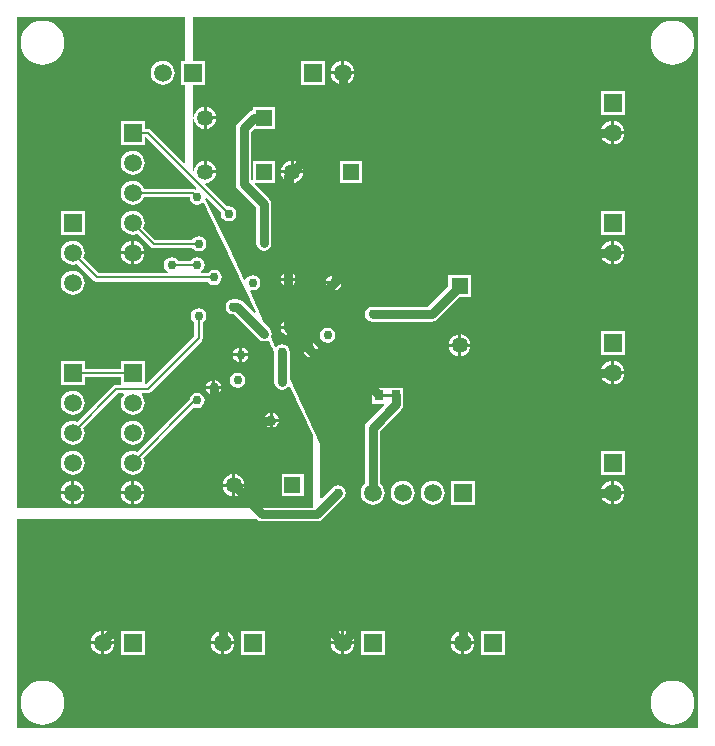
<source format=gbl>
G04 Layer_Physical_Order=2*
G04 Layer_Color=16711680*
%FSLAX23Y23*%
%MOIN*%
G70*
G01*
G75*
%ADD11R,0.031X0.035*%
%ADD14C,0.008*%
%ADD15C,0.030*%
%ADD16C,0.010*%
%ADD17R,0.059X0.059*%
%ADD18C,0.059*%
%ADD19R,0.059X0.059*%
%ADD20C,0.053*%
%ADD21R,0.053X0.053*%
%ADD22R,0.053X0.053*%
%ADD23C,0.030*%
G36*
X5585Y1815D02*
X3315D01*
Y2513D01*
X4113Y2513D01*
X4114Y2512D01*
X4122Y2506D01*
X4132Y2505D01*
X4315D01*
X4325Y2506D01*
X4333Y2512D01*
X4403Y2582D01*
X4409Y2590D01*
X4410Y2600D01*
X4409Y2610D01*
X4403Y2618D01*
X4395Y2624D01*
X4385Y2625D01*
X4375Y2624D01*
X4367Y2618D01*
X4330Y2581D01*
X4325Y2583D01*
Y2763D01*
X4224Y2980D01*
Y3070D01*
X4222Y3080D01*
X4217Y3088D01*
X4209Y3094D01*
X4199Y3095D01*
X4189Y3094D01*
X4181Y3088D01*
X4180Y3087D01*
X4175Y3087D01*
X4161Y3118D01*
X4162Y3120D01*
X4164Y3130D01*
X4162Y3140D01*
X4157Y3148D01*
X4139Y3166D01*
X4090Y3271D01*
X4094Y3276D01*
X4101Y3275D01*
X4110Y3276D01*
X4119Y3282D01*
X4124Y3290D01*
X4126Y3300D01*
X4124Y3310D01*
X4119Y3318D01*
X4110Y3324D01*
X4101Y3325D01*
X4091Y3324D01*
X4082Y3318D01*
X4078Y3311D01*
X4072Y3310D01*
X4025Y3412D01*
X3942Y3578D01*
X3943Y3580D01*
X3949Y3581D01*
X3995Y3534D01*
X3995Y3530D01*
X3996Y3520D01*
X4002Y3512D01*
X4010Y3506D01*
X4020Y3505D01*
X4030Y3506D01*
X4038Y3512D01*
X4044Y3520D01*
X4045Y3530D01*
X4044Y3540D01*
X4038Y3548D01*
X4030Y3554D01*
X4020Y3555D01*
X4016Y3555D01*
X3942Y3628D01*
X3944Y3633D01*
X3951Y3634D01*
X3960Y3638D01*
X3968Y3644D01*
X3974Y3652D01*
X3977Y3660D01*
X3978Y3665D01*
X3942D01*
Y3670D01*
X3937D01*
Y3706D01*
X3932Y3706D01*
X3923Y3702D01*
X3915Y3696D01*
X3910Y3688D01*
X3906Y3680D01*
X3905Y3672D01*
X3900Y3673D01*
Y3844D01*
X3903Y3847D01*
X3905Y3848D01*
X3905Y3848D01*
X3906Y3840D01*
X3910Y3832D01*
X3915Y3824D01*
X3923Y3818D01*
X3932Y3814D01*
X3937Y3814D01*
Y3850D01*
Y3886D01*
X3932Y3886D01*
X3923Y3882D01*
X3915Y3876D01*
X3910Y3868D01*
X3906Y3860D01*
X3905Y3852D01*
X3905Y3852D01*
X3903Y3853D01*
X3900Y3856D01*
Y3960D01*
X3940D01*
Y4040D01*
X3900D01*
Y4185D01*
X5585D01*
Y1815D01*
D02*
G37*
G36*
X3875Y4040D02*
X3860D01*
Y3960D01*
X3875D01*
Y3702D01*
X3870Y3700D01*
X3760Y3810D01*
X3755Y3813D01*
X3750Y3814D01*
X3750Y3814D01*
X3740D01*
Y3840D01*
X3660D01*
Y3760D01*
X3740D01*
Y3785D01*
X3745Y3785D01*
X3912Y3617D01*
X3912Y3613D01*
X3912Y3611D01*
X3910Y3610D01*
X3905Y3613D01*
X3900Y3614D01*
X3900Y3614D01*
X3737D01*
X3735Y3620D01*
X3728Y3628D01*
X3720Y3635D01*
X3710Y3639D01*
X3700Y3640D01*
X3690Y3639D01*
X3680Y3635D01*
X3672Y3628D01*
X3665Y3620D01*
X3661Y3610D01*
X3660Y3600D01*
X3661Y3590D01*
X3665Y3580D01*
X3672Y3572D01*
X3680Y3565D01*
X3690Y3561D01*
X3700Y3560D01*
X3710Y3561D01*
X3720Y3565D01*
X3728Y3572D01*
X3735Y3580D01*
X3737Y3586D01*
X3889D01*
X3890Y3585D01*
X3891Y3575D01*
X3897Y3567D01*
X3905Y3561D01*
X3915Y3560D01*
X3925Y3561D01*
X3931Y3566D01*
X3937Y3565D01*
X3963Y3515D01*
X4110Y3202D01*
X4106Y3199D01*
X4067Y3238D01*
X4059Y3244D01*
X4049Y3245D01*
X4035D01*
X4025Y3244D01*
X4017Y3238D01*
X4011Y3230D01*
X4010Y3220D01*
X4011Y3210D01*
X4017Y3202D01*
X4025Y3196D01*
X4035Y3195D01*
X4038D01*
X4121Y3112D01*
X4129Y3106D01*
X4139Y3105D01*
X4149Y3106D01*
X4150Y3108D01*
X4155Y3106D01*
X4166Y3083D01*
X4167Y3082D01*
X4167Y3081D01*
X4168Y3080D01*
X4173Y3068D01*
Y2969D01*
X4175Y2959D01*
X4181Y2951D01*
X4189Y2945D01*
X4199Y2943D01*
X4209Y2945D01*
X4217Y2951D01*
X4220Y2955D01*
X4225Y2954D01*
X4300Y2792D01*
Y2550D01*
X3315D01*
Y4185D01*
X3875D01*
Y4040D01*
D02*
G37*
%LPC*%
G36*
X5305Y2639D02*
Y2605D01*
X5339D01*
X5339Y2610D01*
X5335Y2620D01*
X5328Y2628D01*
X5320Y2635D01*
X5310Y2639D01*
X5305Y2639D01*
D02*
G37*
G36*
X5340Y2740D02*
X5260D01*
Y2660D01*
X5340D01*
Y2740D01*
D02*
G37*
G36*
X5339Y2595D02*
X5305D01*
Y2561D01*
X5310Y2561D01*
X5320Y2565D01*
X5328Y2572D01*
X5335Y2580D01*
X5339Y2590D01*
X5339Y2595D01*
D02*
G37*
G36*
X5295Y2639D02*
X5290Y2639D01*
X5280Y2635D01*
X5272Y2628D01*
X5265Y2620D01*
X5261Y2610D01*
X5261Y2605D01*
X5295D01*
Y2639D01*
D02*
G37*
G36*
X5339Y2995D02*
X5305D01*
Y2961D01*
X5310Y2961D01*
X5320Y2965D01*
X5328Y2972D01*
X5335Y2980D01*
X5339Y2990D01*
X5339Y2995D01*
D02*
G37*
G36*
X5295D02*
X5261D01*
X5261Y2990D01*
X5265Y2980D01*
X5272Y2972D01*
X5280Y2965D01*
X5290Y2961D01*
X5295Y2961D01*
Y2995D01*
D02*
G37*
G36*
X5305Y3039D02*
Y3005D01*
X5339D01*
X5339Y3010D01*
X5335Y3020D01*
X5328Y3028D01*
X5320Y3035D01*
X5310Y3039D01*
X5305Y3039D01*
D02*
G37*
G36*
X5295D02*
X5290Y3039D01*
X5280Y3035D01*
X5272Y3028D01*
X5265Y3020D01*
X5261Y3010D01*
X5261Y3005D01*
X5295D01*
Y3039D01*
D02*
G37*
G36*
X3639Y2095D02*
X3605D01*
Y2061D01*
X3610Y2061D01*
X3620Y2065D01*
X3628Y2072D01*
X3635Y2080D01*
X3639Y2090D01*
X3639Y2095D01*
D02*
G37*
G36*
X4795D02*
X4761D01*
X4761Y2090D01*
X4765Y2080D01*
X4772Y2072D01*
X4780Y2065D01*
X4790Y2061D01*
X4795Y2061D01*
Y2095D01*
D02*
G37*
G36*
X4395D02*
X4361D01*
X4361Y2090D01*
X4365Y2080D01*
X4372Y2072D01*
X4380Y2065D01*
X4390Y2061D01*
X4395Y2061D01*
Y2095D01*
D02*
G37*
G36*
X4039D02*
X4005D01*
Y2061D01*
X4010Y2061D01*
X4020Y2065D01*
X4028Y2072D01*
X4035Y2080D01*
X4039Y2090D01*
X4039Y2095D01*
D02*
G37*
G36*
X3595Y2139D02*
X3590Y2139D01*
X3580Y2135D01*
X3572Y2128D01*
X3565Y2120D01*
X3561Y2110D01*
X3561Y2105D01*
X3595D01*
Y2139D01*
D02*
G37*
G36*
X4839Y2095D02*
X4805D01*
Y2061D01*
X4810Y2061D01*
X4820Y2065D01*
X4828Y2072D01*
X4835Y2080D01*
X4839Y2090D01*
X4839Y2095D01*
D02*
G37*
G36*
X4439D02*
X4405D01*
Y2061D01*
X4410Y2061D01*
X4420Y2065D01*
X4428Y2072D01*
X4435Y2080D01*
X4439Y2090D01*
X4439Y2095D01*
D02*
G37*
G36*
X3995D02*
X3961D01*
X3961Y2090D01*
X3965Y2080D01*
X3972Y2072D01*
X3980Y2065D01*
X3990Y2061D01*
X3995Y2061D01*
Y2095D01*
D02*
G37*
G36*
X3740Y2140D02*
X3660D01*
Y2060D01*
X3740D01*
Y2140D01*
D02*
G37*
G36*
X5500Y1973D02*
X5486Y1972D01*
X5472Y1968D01*
X5459Y1961D01*
X5448Y1952D01*
X5439Y1941D01*
X5432Y1928D01*
X5428Y1914D01*
X5427Y1900D01*
X5428Y1886D01*
X5432Y1872D01*
X5439Y1859D01*
X5448Y1848D01*
X5459Y1839D01*
X5472Y1832D01*
X5486Y1828D01*
X5500Y1827D01*
X5514Y1828D01*
X5528Y1832D01*
X5541Y1839D01*
X5552Y1848D01*
X5561Y1859D01*
X5568Y1872D01*
X5572Y1886D01*
X5573Y1900D01*
X5572Y1914D01*
X5568Y1928D01*
X5561Y1941D01*
X5552Y1952D01*
X5541Y1961D01*
X5528Y1968D01*
X5514Y1972D01*
X5500Y1973D01*
D02*
G37*
G36*
X3400D02*
X3386Y1972D01*
X3372Y1968D01*
X3359Y1961D01*
X3348Y1952D01*
X3339Y1941D01*
X3332Y1928D01*
X3328Y1914D01*
X3327Y1900D01*
X3328Y1886D01*
X3332Y1872D01*
X3339Y1859D01*
X3348Y1848D01*
X3359Y1839D01*
X3372Y1832D01*
X3386Y1828D01*
X3400Y1827D01*
X3414Y1828D01*
X3428Y1832D01*
X3441Y1839D01*
X3452Y1848D01*
X3461Y1859D01*
X3468Y1872D01*
X3472Y1886D01*
X3473Y1900D01*
X3472Y1914D01*
X3468Y1928D01*
X3461Y1941D01*
X3452Y1952D01*
X3441Y1961D01*
X3428Y1968D01*
X3414Y1972D01*
X3400Y1973D01*
D02*
G37*
G36*
X4140Y2140D02*
X4060D01*
Y2060D01*
X4140D01*
Y2140D01*
D02*
G37*
G36*
X3595Y2095D02*
X3561D01*
X3561Y2090D01*
X3565Y2080D01*
X3572Y2072D01*
X3580Y2065D01*
X3590Y2061D01*
X3595Y2061D01*
Y2095D01*
D02*
G37*
G36*
X4940Y2140D02*
X4860D01*
Y2060D01*
X4940D01*
Y2140D01*
D02*
G37*
G36*
X4540D02*
X4460D01*
Y2060D01*
X4540D01*
Y2140D01*
D02*
G37*
G36*
X3995Y2139D02*
X3990Y2139D01*
X3980Y2135D01*
X3972Y2128D01*
X3965Y2120D01*
X3961Y2110D01*
X3961Y2105D01*
X3995D01*
Y2139D01*
D02*
G37*
G36*
X4840Y2640D02*
X4760D01*
Y2560D01*
X4840D01*
Y2640D01*
D02*
G37*
G36*
X4700Y2640D02*
X4690Y2639D01*
X4680Y2635D01*
X4672Y2628D01*
X4665Y2620D01*
X4661Y2610D01*
X4660Y2600D01*
X4661Y2590D01*
X4665Y2580D01*
X4672Y2572D01*
X4680Y2565D01*
X4690Y2561D01*
X4700Y2560D01*
X4710Y2561D01*
X4720Y2565D01*
X4728Y2572D01*
X4735Y2580D01*
X4739Y2590D01*
X4740Y2600D01*
X4739Y2610D01*
X4735Y2620D01*
X4728Y2628D01*
X4720Y2635D01*
X4710Y2639D01*
X4700Y2640D01*
D02*
G37*
G36*
X5295Y2595D02*
X5261D01*
X5261Y2590D01*
X5265Y2580D01*
X5272Y2572D01*
X5280Y2565D01*
X5290Y2561D01*
X5295Y2561D01*
Y2595D01*
D02*
G37*
G36*
X4600Y2640D02*
X4590Y2639D01*
X4580Y2635D01*
X4572Y2628D01*
X4565Y2620D01*
X4561Y2610D01*
X4560Y2600D01*
X4561Y2590D01*
X4565Y2580D01*
X4572Y2572D01*
X4580Y2565D01*
X4590Y2561D01*
X4600Y2560D01*
X4610Y2561D01*
X4620Y2565D01*
X4628Y2572D01*
X4635Y2580D01*
X4639Y2590D01*
X4640Y2600D01*
X4639Y2610D01*
X4635Y2620D01*
X4628Y2628D01*
X4620Y2635D01*
X4610Y2639D01*
X4600Y2640D01*
D02*
G37*
G36*
X3605Y2139D02*
Y2105D01*
X3639D01*
X3639Y2110D01*
X3635Y2120D01*
X3628Y2128D01*
X3620Y2135D01*
X3610Y2139D01*
X3605Y2139D01*
D02*
G37*
G36*
X4795D02*
X4790Y2139D01*
X4780Y2135D01*
X4772Y2128D01*
X4765Y2120D01*
X4761Y2110D01*
X4761Y2105D01*
X4795D01*
Y2139D01*
D02*
G37*
G36*
X4395D02*
X4390Y2139D01*
X4380Y2135D01*
X4372Y2128D01*
X4365Y2120D01*
X4361Y2110D01*
X4361Y2105D01*
X4395D01*
Y2139D01*
D02*
G37*
G36*
X4005D02*
Y2105D01*
X4039D01*
X4039Y2110D01*
X4035Y2120D01*
X4028Y2128D01*
X4020Y2135D01*
X4010Y2139D01*
X4005Y2139D01*
D02*
G37*
G36*
X4548Y2953D02*
Y2953D01*
X4547Y2953D01*
X4497D01*
Y2897D01*
X4537D01*
X4539Y2893D01*
X4482Y2835D01*
X4476Y2827D01*
X4475Y2817D01*
Y2630D01*
X4472Y2628D01*
X4465Y2620D01*
X4461Y2610D01*
X4460Y2600D01*
X4461Y2590D01*
X4465Y2580D01*
X4472Y2572D01*
X4480Y2565D01*
X4490Y2561D01*
X4500Y2560D01*
X4510Y2561D01*
X4520Y2565D01*
X4528Y2572D01*
X4535Y2580D01*
X4539Y2590D01*
X4540Y2600D01*
X4539Y2610D01*
X4535Y2620D01*
X4528Y2628D01*
X4525Y2630D01*
Y2807D01*
X4596Y2877D01*
X4601Y2885D01*
X4603Y2895D01*
Y2897D01*
X4603D01*
Y2953D01*
X4553D01*
X4552Y2953D01*
Y2953D01*
X4548D01*
D02*
G37*
G36*
X4805Y2139D02*
Y2105D01*
X4839D01*
X4839Y2110D01*
X4835Y2120D01*
X4828Y2128D01*
X4820Y2135D01*
X4810Y2139D01*
X4805Y2139D01*
D02*
G37*
G36*
X4405D02*
Y2105D01*
X4439D01*
X4439Y2110D01*
X4435Y2120D01*
X4428Y2128D01*
X4420Y2135D01*
X4410Y2139D01*
X4405Y2139D01*
D02*
G37*
G36*
X4227Y3665D02*
X4195D01*
X4196Y3660D01*
X4200Y3652D01*
X4205Y3644D01*
X4213Y3638D01*
X4222Y3634D01*
X4227Y3634D01*
Y3665D01*
D02*
G37*
G36*
X4465Y3707D02*
X4392D01*
Y3633D01*
X4465D01*
Y3707D01*
D02*
G37*
G36*
X5340Y3540D02*
X5260D01*
Y3460D01*
X5340D01*
Y3540D01*
D02*
G37*
G36*
X4268Y3665D02*
X4237D01*
Y3634D01*
X4241Y3634D01*
X4250Y3638D01*
X4258Y3644D01*
X4264Y3652D01*
X4267Y3660D01*
X4268Y3665D01*
D02*
G37*
G36*
X3947Y3706D02*
Y3675D01*
X3978D01*
X3977Y3680D01*
X3974Y3688D01*
X3968Y3696D01*
X3960Y3702D01*
X3951Y3706D01*
X3947Y3706D01*
D02*
G37*
G36*
X4227D02*
X4222Y3706D01*
X4213Y3702D01*
X4205Y3696D01*
X4200Y3688D01*
X4196Y3680D01*
X4195Y3675D01*
X4227D01*
Y3706D01*
D02*
G37*
G36*
X5339Y3395D02*
X5305D01*
Y3361D01*
X5310Y3361D01*
X5320Y3365D01*
X5328Y3372D01*
X5335Y3380D01*
X5339Y3390D01*
X5339Y3395D01*
D02*
G37*
G36*
X5295Y3439D02*
X5290Y3439D01*
X5280Y3435D01*
X5272Y3428D01*
X5265Y3420D01*
X5261Y3410D01*
X5261Y3405D01*
X5295D01*
Y3439D01*
D02*
G37*
G36*
X4175Y3887D02*
X4102D01*
Y3875D01*
X4095Y3874D01*
X4087Y3868D01*
X4052Y3833D01*
X4046Y3825D01*
X4045Y3815D01*
Y3630D01*
X4046Y3620D01*
X4052Y3612D01*
X4112Y3552D01*
Y3432D01*
X4114Y3423D01*
X4120Y3414D01*
X4128Y3409D01*
X4138Y3407D01*
X4147Y3409D01*
X4156Y3414D01*
X4161Y3423D01*
X4163Y3432D01*
Y3562D01*
X4161Y3572D01*
X4156Y3580D01*
X4107Y3629D01*
X4109Y3633D01*
X4175D01*
Y3707D01*
X4102D01*
Y3645D01*
X4097Y3643D01*
X4095Y3644D01*
Y3804D01*
X4104Y3813D01*
X4175D01*
Y3887D01*
D02*
G37*
G36*
X5305Y3439D02*
Y3405D01*
X5339D01*
X5339Y3410D01*
X5335Y3420D01*
X5328Y3428D01*
X5320Y3435D01*
X5310Y3439D01*
X5305Y3439D01*
D02*
G37*
G36*
X4237Y3706D02*
Y3675D01*
X4268D01*
X4267Y3680D01*
X4264Y3688D01*
X4258Y3696D01*
X4250Y3702D01*
X4241Y3706D01*
X4237Y3706D01*
D02*
G37*
G36*
X4439Y3995D02*
X4405D01*
Y3961D01*
X4410Y3961D01*
X4420Y3965D01*
X4428Y3972D01*
X4435Y3980D01*
X4439Y3990D01*
X4439Y3995D01*
D02*
G37*
G36*
X4395D02*
X4361D01*
X4361Y3990D01*
X4365Y3980D01*
X4372Y3972D01*
X4380Y3965D01*
X4390Y3961D01*
X4395Y3961D01*
Y3995D01*
D02*
G37*
G36*
X4340Y4040D02*
X4260D01*
Y3960D01*
X4340D01*
Y4040D01*
D02*
G37*
G36*
X4395Y4039D02*
X4390Y4039D01*
X4380Y4035D01*
X4372Y4028D01*
X4365Y4020D01*
X4361Y4010D01*
X4361Y4005D01*
X4395D01*
Y4039D01*
D02*
G37*
G36*
X5500Y4173D02*
X5486Y4172D01*
X5472Y4168D01*
X5459Y4161D01*
X5448Y4152D01*
X5439Y4141D01*
X5432Y4128D01*
X5428Y4114D01*
X5427Y4100D01*
X5428Y4086D01*
X5432Y4072D01*
X5439Y4059D01*
X5448Y4048D01*
X5459Y4039D01*
X5472Y4032D01*
X5486Y4028D01*
X5500Y4027D01*
X5514Y4028D01*
X5528Y4032D01*
X5541Y4039D01*
X5552Y4048D01*
X5561Y4059D01*
X5568Y4072D01*
X5572Y4086D01*
X5573Y4100D01*
X5572Y4114D01*
X5568Y4128D01*
X5561Y4141D01*
X5552Y4152D01*
X5541Y4161D01*
X5528Y4168D01*
X5514Y4172D01*
X5500Y4173D01*
D02*
G37*
G36*
X4405Y4039D02*
Y4005D01*
X4439D01*
X4439Y4010D01*
X4435Y4020D01*
X4428Y4028D01*
X4420Y4035D01*
X4410Y4039D01*
X4405Y4039D01*
D02*
G37*
G36*
X5295Y3839D02*
X5290Y3839D01*
X5280Y3835D01*
X5272Y3828D01*
X5265Y3820D01*
X5261Y3810D01*
X5261Y3805D01*
X5295D01*
Y3839D01*
D02*
G37*
G36*
X5339Y3795D02*
X5305D01*
Y3761D01*
X5310Y3761D01*
X5320Y3765D01*
X5328Y3772D01*
X5335Y3780D01*
X5339Y3790D01*
X5339Y3795D01*
D02*
G37*
G36*
X5295D02*
X5261D01*
X5261Y3790D01*
X5265Y3780D01*
X5272Y3772D01*
X5280Y3765D01*
X5290Y3761D01*
X5295Y3761D01*
Y3795D01*
D02*
G37*
G36*
X5305Y3839D02*
Y3805D01*
X5339D01*
X5339Y3810D01*
X5335Y3820D01*
X5328Y3828D01*
X5320Y3835D01*
X5310Y3839D01*
X5305Y3839D01*
D02*
G37*
G36*
X5340Y3940D02*
X5260D01*
Y3860D01*
X5340D01*
Y3940D01*
D02*
G37*
G36*
X3947Y3886D02*
Y3855D01*
X3978D01*
X3977Y3860D01*
X3974Y3868D01*
X3968Y3876D01*
X3960Y3882D01*
X3951Y3886D01*
X3947Y3886D01*
D02*
G37*
G36*
X3978Y3845D02*
X3947D01*
Y3814D01*
X3951Y3814D01*
X3960Y3818D01*
X3968Y3824D01*
X3974Y3832D01*
X3977Y3840D01*
X3978Y3845D01*
D02*
G37*
G36*
X4785Y3128D02*
X4780Y3127D01*
X4772Y3124D01*
X4764Y3118D01*
X4758Y3110D01*
X4754Y3101D01*
X4754Y3097D01*
X4785D01*
Y3128D01*
D02*
G37*
G36*
X4300Y3099D02*
Y3080D01*
X4319D01*
X4319Y3085D01*
X4313Y3093D01*
X4305Y3099D01*
X4300Y3099D01*
D02*
G37*
G36*
X4290D02*
X4285Y3099D01*
X4277Y3093D01*
X4271Y3085D01*
X4271Y3080D01*
X4290D01*
Y3099D01*
D02*
G37*
G36*
X4795Y3128D02*
Y3097D01*
X4826D01*
X4826Y3101D01*
X4822Y3110D01*
X4816Y3118D01*
X4808Y3124D01*
X4800Y3127D01*
X4795Y3128D01*
D02*
G37*
G36*
X4244Y3145D02*
X4225D01*
Y3126D01*
X4230Y3126D01*
X4238Y3132D01*
X4244Y3140D01*
X4244Y3145D01*
D02*
G37*
G36*
X4215D02*
X4196D01*
X4196Y3140D01*
X4202Y3132D01*
X4210Y3126D01*
X4215Y3126D01*
Y3145D01*
D02*
G37*
G36*
X4350Y3150D02*
X4340Y3149D01*
X4332Y3143D01*
X4326Y3135D01*
X4325Y3125D01*
X4326Y3115D01*
X4332Y3107D01*
X4340Y3101D01*
X4350Y3100D01*
X4360Y3101D01*
X4368Y3107D01*
X4374Y3115D01*
X4375Y3125D01*
X4374Y3135D01*
X4368Y3143D01*
X4360Y3149D01*
X4350Y3150D01*
D02*
G37*
G36*
X4319Y3070D02*
X4300D01*
Y3051D01*
X4305Y3051D01*
X4313Y3057D01*
X4319Y3065D01*
X4319Y3070D01*
D02*
G37*
G36*
X4290D02*
X4271D01*
X4271Y3065D01*
X4277Y3057D01*
X4285Y3051D01*
X4290Y3051D01*
Y3070D01*
D02*
G37*
G36*
X4785Y3087D02*
X4754D01*
X4754Y3082D01*
X4758Y3073D01*
X4764Y3065D01*
X4772Y3060D01*
X4780Y3056D01*
X4785Y3055D01*
Y3087D01*
D02*
G37*
G36*
X5340Y3140D02*
X5260D01*
Y3060D01*
X5340D01*
Y3140D01*
D02*
G37*
G36*
X4826Y3087D02*
X4795D01*
Y3055D01*
X4800Y3056D01*
X4808Y3060D01*
X4816Y3065D01*
X4822Y3073D01*
X4826Y3082D01*
X4826Y3087D01*
D02*
G37*
G36*
X4215Y3174D02*
X4210Y3174D01*
X4202Y3168D01*
X4196Y3160D01*
X4196Y3155D01*
X4215D01*
Y3174D01*
D02*
G37*
G36*
X4214Y3336D02*
X4209Y3335D01*
X4201Y3329D01*
X4195Y3321D01*
X4194Y3316D01*
X4214D01*
Y3336D01*
D02*
G37*
G36*
X4375Y3324D02*
Y3305D01*
X4394D01*
X4394Y3310D01*
X4388Y3318D01*
X4380Y3324D01*
X4375Y3324D01*
D02*
G37*
G36*
X4365D02*
X4360Y3324D01*
X4352Y3318D01*
X4346Y3310D01*
X4346Y3305D01*
X4365D01*
Y3324D01*
D02*
G37*
G36*
X4224Y3336D02*
Y3316D01*
X4243D01*
X4242Y3321D01*
X4237Y3329D01*
X4228Y3335D01*
X4224Y3336D01*
D02*
G37*
G36*
X5295Y3395D02*
X5261D01*
X5261Y3390D01*
X5265Y3380D01*
X5272Y3372D01*
X5280Y3365D01*
X5290Y3361D01*
X5295Y3361D01*
Y3395D01*
D02*
G37*
G36*
X4827Y3325D02*
X4753D01*
Y3288D01*
X4686Y3220D01*
X4500D01*
X4490Y3219D01*
X4482Y3213D01*
X4476Y3205D01*
X4475Y3195D01*
X4476Y3185D01*
X4482Y3177D01*
X4490Y3171D01*
X4500Y3170D01*
X4697D01*
X4706Y3171D01*
X4715Y3177D01*
X4789Y3252D01*
X4827D01*
Y3325D01*
D02*
G37*
G36*
X4225Y3174D02*
Y3155D01*
X4244D01*
X4244Y3160D01*
X4238Y3168D01*
X4230Y3174D01*
X4225Y3174D01*
D02*
G37*
G36*
X4365Y3295D02*
X4346D01*
X4346Y3290D01*
X4352Y3282D01*
X4360Y3276D01*
X4365Y3276D01*
Y3295D01*
D02*
G37*
G36*
X4243Y3306D02*
X4224D01*
Y3287D01*
X4228Y3288D01*
X4237Y3293D01*
X4242Y3302D01*
X4243Y3306D01*
D02*
G37*
G36*
X4214D02*
X4194D01*
X4195Y3302D01*
X4201Y3293D01*
X4209Y3288D01*
X4214Y3287D01*
Y3306D01*
D02*
G37*
G36*
X4394Y3295D02*
X4375D01*
Y3276D01*
X4380Y3276D01*
X4388Y3282D01*
X4394Y3290D01*
X4394Y3295D01*
D02*
G37*
G36*
X4032Y2661D02*
X4027Y2661D01*
X4018Y2657D01*
X4010Y2651D01*
X4005Y2643D01*
X4001Y2635D01*
X4000Y2630D01*
X4032D01*
Y2661D01*
D02*
G37*
G36*
X3705Y2639D02*
Y2605D01*
X3739D01*
X3739Y2610D01*
X3735Y2620D01*
X3728Y2628D01*
X3720Y2635D01*
X3710Y2639D01*
X3705Y2639D01*
D02*
G37*
G36*
X4042Y2661D02*
Y2630D01*
X4073D01*
X4072Y2635D01*
X4069Y2643D01*
X4063Y2651D01*
X4055Y2657D01*
X4046Y2661D01*
X4042Y2661D01*
D02*
G37*
G36*
X3700Y2840D02*
X3690Y2839D01*
X3680Y2835D01*
X3672Y2828D01*
X3665Y2820D01*
X3661Y2810D01*
X3660Y2800D01*
X3661Y2790D01*
X3665Y2780D01*
X3672Y2772D01*
X3680Y2765D01*
X3690Y2761D01*
X3700Y2760D01*
X3710Y2761D01*
X3720Y2765D01*
X3728Y2772D01*
X3735Y2780D01*
X3739Y2790D01*
X3740Y2800D01*
X3739Y2810D01*
X3735Y2820D01*
X3728Y2828D01*
X3720Y2835D01*
X3710Y2839D01*
X3700Y2840D01*
D02*
G37*
G36*
X3500Y2740D02*
X3490Y2739D01*
X3480Y2735D01*
X3472Y2728D01*
X3465Y2720D01*
X3461Y2710D01*
X3460Y2700D01*
X3461Y2690D01*
X3465Y2680D01*
X3472Y2672D01*
X3480Y2665D01*
X3490Y2661D01*
X3500Y2660D01*
X3510Y2661D01*
X3520Y2665D01*
X3528Y2672D01*
X3535Y2680D01*
X3539Y2690D01*
X3540Y2700D01*
X3539Y2710D01*
X3535Y2720D01*
X3528Y2728D01*
X3520Y2735D01*
X3510Y2739D01*
X3500Y2740D01*
D02*
G37*
G36*
X3505Y2639D02*
Y2605D01*
X3539D01*
X3539Y2610D01*
X3535Y2620D01*
X3528Y2628D01*
X3520Y2635D01*
X3510Y2639D01*
X3505Y2639D01*
D02*
G37*
G36*
X4032Y2620D02*
X4000D01*
X4001Y2615D01*
X4005Y2607D01*
X4010Y2599D01*
X4018Y2593D01*
X4027Y2589D01*
X4032Y2589D01*
Y2620D01*
D02*
G37*
G36*
X4270Y2662D02*
X4197D01*
Y2588D01*
X4270D01*
Y2662D01*
D02*
G37*
G36*
X4073Y2620D02*
X4042D01*
Y2589D01*
X4046Y2589D01*
X4055Y2593D01*
X4063Y2599D01*
X4069Y2607D01*
X4072Y2615D01*
X4073Y2620D01*
D02*
G37*
G36*
X3695Y2639D02*
X3690Y2639D01*
X3680Y2635D01*
X3672Y2628D01*
X3665Y2620D01*
X3661Y2610D01*
X3661Y2605D01*
X3695D01*
Y2639D01*
D02*
G37*
G36*
X3495D02*
X3490Y2639D01*
X3480Y2635D01*
X3472Y2628D01*
X3465Y2620D01*
X3461Y2610D01*
X3461Y2605D01*
X3495D01*
Y2639D01*
D02*
G37*
G36*
X4157Y2837D02*
X4138D01*
X4139Y2833D01*
X4144Y2824D01*
X4153Y2819D01*
X4157Y2818D01*
Y2837D01*
D02*
G37*
G36*
X3965Y2975D02*
X3960Y2974D01*
X3952Y2969D01*
X3946Y2961D01*
X3946Y2956D01*
X3965D01*
Y2975D01*
D02*
G37*
G36*
X4050Y3000D02*
X4040Y2999D01*
X4032Y2993D01*
X4026Y2985D01*
X4025Y2975D01*
X4026Y2965D01*
X4032Y2957D01*
X4040Y2951D01*
X4050Y2950D01*
X4060Y2951D01*
X4068Y2957D01*
X4074Y2965D01*
X4075Y2975D01*
X4074Y2985D01*
X4068Y2993D01*
X4060Y2999D01*
X4050Y3000D01*
D02*
G37*
G36*
X3994Y2946D02*
X3975D01*
Y2926D01*
X3980Y2927D01*
X3988Y2933D01*
X3994Y2941D01*
X3994Y2946D01*
D02*
G37*
G36*
X3975Y2975D02*
Y2956D01*
X3994D01*
X3994Y2961D01*
X3988Y2969D01*
X3980Y2974D01*
X3975Y2975D01*
D02*
G37*
G36*
X3920Y3215D02*
X3910Y3214D01*
X3902Y3208D01*
X3896Y3200D01*
X3895Y3190D01*
X3896Y3180D01*
X3902Y3172D01*
X3906Y3169D01*
Y3121D01*
X3744Y2959D01*
X3744D01*
X3740Y2960D01*
X3740Y2964D01*
Y3040D01*
X3660D01*
Y3014D01*
X3540D01*
Y3040D01*
X3460D01*
Y2960D01*
X3540D01*
Y2986D01*
X3660D01*
X3660Y2960D01*
X3656Y2959D01*
X3645D01*
X3645Y2959D01*
X3640Y2958D01*
X3635Y2955D01*
X3635Y2955D01*
X3516Y2836D01*
X3510Y2839D01*
X3500Y2840D01*
X3490Y2839D01*
X3480Y2835D01*
X3472Y2828D01*
X3465Y2820D01*
X3461Y2810D01*
X3460Y2800D01*
X3461Y2790D01*
X3465Y2780D01*
X3472Y2772D01*
X3480Y2765D01*
X3490Y2761D01*
X3500Y2760D01*
X3510Y2761D01*
X3520Y2765D01*
X3528Y2772D01*
X3535Y2780D01*
X3539Y2790D01*
X3540Y2800D01*
X3539Y2810D01*
X3536Y2816D01*
X3651Y2931D01*
X3667D01*
X3670Y2926D01*
X3665Y2920D01*
X3661Y2910D01*
X3660Y2900D01*
X3661Y2890D01*
X3665Y2880D01*
X3672Y2872D01*
X3680Y2865D01*
X3690Y2861D01*
X3700Y2860D01*
X3710Y2861D01*
X3720Y2865D01*
X3728Y2872D01*
X3735Y2880D01*
X3739Y2890D01*
X3740Y2900D01*
X3739Y2910D01*
X3735Y2920D01*
X3730Y2926D01*
X3733Y2931D01*
X3750D01*
X3750Y2931D01*
X3755Y2932D01*
X3760Y2935D01*
X3930Y3105D01*
X3933Y3110D01*
X3934Y3115D01*
X3934Y3115D01*
Y3169D01*
X3938Y3172D01*
X3944Y3180D01*
X3945Y3190D01*
X3944Y3200D01*
X3938Y3208D01*
X3930Y3214D01*
X3920Y3215D01*
D02*
G37*
G36*
X3965Y2946D02*
X3946D01*
X3946Y2941D01*
X3952Y2933D01*
X3960Y2927D01*
X3965Y2926D01*
Y2946D01*
D02*
G37*
G36*
X4157Y2867D02*
X4153Y2866D01*
X4144Y2860D01*
X4139Y2852D01*
X4138Y2847D01*
X4157D01*
Y2867D01*
D02*
G37*
G36*
X4187Y2837D02*
X4167D01*
Y2818D01*
X4172Y2819D01*
X4180Y2824D01*
X4186Y2833D01*
X4187Y2837D01*
D02*
G37*
G36*
X4167Y2867D02*
Y2847D01*
X4187D01*
X4186Y2852D01*
X4180Y2860D01*
X4172Y2866D01*
X4167Y2867D01*
D02*
G37*
G36*
X3915Y2933D02*
X3905Y2931D01*
X3897Y2926D01*
X3891Y2917D01*
X3890Y2910D01*
X3716Y2736D01*
X3710Y2739D01*
X3700Y2740D01*
X3690Y2739D01*
X3680Y2735D01*
X3672Y2728D01*
X3665Y2720D01*
X3661Y2710D01*
X3660Y2700D01*
X3661Y2690D01*
X3665Y2680D01*
X3672Y2672D01*
X3680Y2665D01*
X3690Y2661D01*
X3700Y2660D01*
X3710Y2661D01*
X3720Y2665D01*
X3728Y2672D01*
X3735Y2680D01*
X3739Y2690D01*
X3740Y2700D01*
X3739Y2710D01*
X3736Y2716D01*
X3905Y2884D01*
X3905Y2884D01*
X3915Y2882D01*
X3925Y2884D01*
X3933Y2889D01*
X3939Y2898D01*
X3940Y2908D01*
X3939Y2917D01*
X3933Y2926D01*
X3925Y2931D01*
X3915Y2933D01*
D02*
G37*
G36*
X3500Y2940D02*
X3490Y2939D01*
X3480Y2935D01*
X3472Y2928D01*
X3465Y2920D01*
X3461Y2910D01*
X3460Y2900D01*
X3461Y2890D01*
X3465Y2880D01*
X3472Y2872D01*
X3480Y2865D01*
X3490Y2861D01*
X3500Y2860D01*
X3510Y2861D01*
X3520Y2865D01*
X3528Y2872D01*
X3535Y2880D01*
X3539Y2890D01*
X3540Y2900D01*
X3539Y2910D01*
X3535Y2920D01*
X3528Y2928D01*
X3520Y2935D01*
X3510Y2939D01*
X3500Y2940D01*
D02*
G37*
G36*
X3495Y2595D02*
X3461D01*
X3461Y2590D01*
X3465Y2580D01*
X3472Y2572D01*
X3480Y2565D01*
X3490Y2561D01*
X3495Y2561D01*
Y2595D01*
D02*
G37*
G36*
X3695D02*
X3661D01*
X3661Y2590D01*
X3665Y2580D01*
X3672Y2572D01*
X3680Y2565D01*
X3690Y2561D01*
X3695Y2561D01*
Y2595D01*
D02*
G37*
G36*
X3739D02*
X3705D01*
Y2561D01*
X3710Y2561D01*
X3720Y2565D01*
X3728Y2572D01*
X3735Y2580D01*
X3739Y2590D01*
X3739Y2595D01*
D02*
G37*
G36*
X3539D02*
X3505D01*
Y2561D01*
X3510Y2561D01*
X3520Y2565D01*
X3528Y2572D01*
X3535Y2580D01*
X3539Y2590D01*
X3539Y2595D01*
D02*
G37*
G36*
X4055Y3055D02*
X4036D01*
X4036Y3050D01*
X4042Y3042D01*
X4050Y3036D01*
X4055Y3036D01*
Y3055D01*
D02*
G37*
G36*
X3700Y3740D02*
X3690Y3739D01*
X3680Y3735D01*
X3672Y3728D01*
X3665Y3720D01*
X3661Y3710D01*
X3660Y3700D01*
X3661Y3690D01*
X3665Y3680D01*
X3672Y3672D01*
X3680Y3665D01*
X3690Y3661D01*
X3700Y3660D01*
X3710Y3661D01*
X3720Y3665D01*
X3728Y3672D01*
X3735Y3680D01*
X3739Y3690D01*
X3740Y3700D01*
X3739Y3710D01*
X3735Y3720D01*
X3728Y3728D01*
X3720Y3735D01*
X3710Y3739D01*
X3700Y3740D01*
D02*
G37*
G36*
X3540Y3540D02*
X3460D01*
Y3460D01*
X3540D01*
Y3540D01*
D02*
G37*
G36*
X3695Y3439D02*
X3690Y3439D01*
X3680Y3435D01*
X3672Y3428D01*
X3665Y3420D01*
X3661Y3410D01*
X3661Y3405D01*
X3695D01*
Y3439D01*
D02*
G37*
G36*
X3700Y3540D02*
X3690Y3539D01*
X3680Y3535D01*
X3672Y3528D01*
X3665Y3520D01*
X3661Y3510D01*
X3660Y3500D01*
X3661Y3490D01*
X3665Y3480D01*
X3672Y3472D01*
X3680Y3465D01*
X3690Y3461D01*
X3700Y3460D01*
X3710Y3461D01*
X3716Y3464D01*
X3760Y3420D01*
X3760Y3420D01*
X3765Y3417D01*
X3770Y3416D01*
X3899D01*
X3902Y3412D01*
X3910Y3406D01*
X3920Y3405D01*
X3930Y3406D01*
X3938Y3412D01*
X3944Y3420D01*
X3945Y3430D01*
X3944Y3440D01*
X3938Y3448D01*
X3930Y3454D01*
X3920Y3455D01*
X3910Y3454D01*
X3902Y3448D01*
X3899Y3444D01*
X3776D01*
X3736Y3484D01*
X3739Y3490D01*
X3740Y3500D01*
X3739Y3510D01*
X3735Y3520D01*
X3728Y3528D01*
X3720Y3535D01*
X3710Y3539D01*
X3700Y3540D01*
D02*
G37*
G36*
X3705Y3439D02*
Y3405D01*
X3739D01*
X3739Y3410D01*
X3735Y3420D01*
X3728Y3428D01*
X3720Y3435D01*
X3710Y3439D01*
X3705Y3439D01*
D02*
G37*
G36*
X3400Y4173D02*
X3386Y4172D01*
X3372Y4168D01*
X3359Y4161D01*
X3348Y4152D01*
X3339Y4141D01*
X3332Y4128D01*
X3328Y4114D01*
X3327Y4100D01*
X3328Y4086D01*
X3332Y4072D01*
X3339Y4059D01*
X3348Y4048D01*
X3359Y4039D01*
X3372Y4032D01*
X3386Y4028D01*
X3400Y4027D01*
X3414Y4028D01*
X3428Y4032D01*
X3441Y4039D01*
X3452Y4048D01*
X3461Y4059D01*
X3468Y4072D01*
X3472Y4086D01*
X3473Y4100D01*
X3472Y4114D01*
X3468Y4128D01*
X3461Y4141D01*
X3452Y4152D01*
X3441Y4161D01*
X3428Y4168D01*
X3414Y4172D01*
X3400Y4173D01*
D02*
G37*
G36*
X3800Y4040D02*
X3790Y4039D01*
X3780Y4035D01*
X3772Y4028D01*
X3765Y4020D01*
X3761Y4010D01*
X3760Y4000D01*
X3761Y3990D01*
X3765Y3980D01*
X3772Y3972D01*
X3780Y3965D01*
X3790Y3961D01*
X3800Y3960D01*
X3810Y3961D01*
X3820Y3965D01*
X3828Y3972D01*
X3835Y3980D01*
X3839Y3990D01*
X3840Y4000D01*
X3839Y4010D01*
X3835Y4020D01*
X3828Y4028D01*
X3820Y4035D01*
X3810Y4039D01*
X3800Y4040D01*
D02*
G37*
G36*
X4065Y3084D02*
Y3065D01*
X4084D01*
X4084Y3070D01*
X4078Y3078D01*
X4070Y3084D01*
X4065Y3084D01*
D02*
G37*
G36*
X4084Y3055D02*
X4065D01*
Y3036D01*
X4070Y3036D01*
X4078Y3042D01*
X4084Y3050D01*
X4084Y3055D01*
D02*
G37*
G36*
X4055Y3084D02*
X4050Y3084D01*
X4042Y3078D01*
X4036Y3070D01*
X4036Y3065D01*
X4055D01*
Y3084D01*
D02*
G37*
G36*
X3739Y3395D02*
X3705D01*
Y3361D01*
X3710Y3361D01*
X3720Y3365D01*
X3728Y3372D01*
X3735Y3380D01*
X3739Y3390D01*
X3739Y3395D01*
D02*
G37*
G36*
X3695D02*
X3661D01*
X3661Y3390D01*
X3665Y3380D01*
X3672Y3372D01*
X3680Y3365D01*
X3690Y3361D01*
X3695Y3361D01*
Y3395D01*
D02*
G37*
G36*
X3500Y3440D02*
X3490Y3439D01*
X3480Y3435D01*
X3472Y3428D01*
X3465Y3420D01*
X3461Y3410D01*
X3460Y3400D01*
X3461Y3390D01*
X3465Y3380D01*
X3472Y3372D01*
X3480Y3365D01*
X3490Y3361D01*
X3500Y3360D01*
X3510Y3361D01*
X3516Y3364D01*
X3572Y3307D01*
X3572Y3307D01*
X3577Y3304D01*
X3582Y3303D01*
X3952D01*
X3955Y3300D01*
X3963Y3294D01*
X3973Y3292D01*
X3982Y3294D01*
X3991Y3300D01*
X3996Y3308D01*
X3998Y3318D01*
X3996Y3327D01*
X3991Y3336D01*
X3982Y3341D01*
X3973Y3343D01*
X3963Y3341D01*
X3955Y3336D01*
X3952Y3332D01*
X3929D01*
X3928Y3333D01*
X3929Y3339D01*
X3933Y3342D01*
X3939Y3350D01*
X3940Y3360D01*
X3939Y3370D01*
X3933Y3378D01*
X3925Y3384D01*
X3915Y3385D01*
X3905Y3384D01*
X3897Y3378D01*
X3894Y3374D01*
X3851D01*
X3848Y3378D01*
X3840Y3384D01*
X3830Y3385D01*
X3820Y3384D01*
X3812Y3378D01*
X3806Y3370D01*
X3805Y3360D01*
X3806Y3350D01*
X3812Y3342D01*
X3816Y3339D01*
X3817Y3333D01*
X3816Y3332D01*
X3588D01*
X3536Y3384D01*
X3539Y3390D01*
X3540Y3400D01*
X3539Y3410D01*
X3535Y3420D01*
X3528Y3428D01*
X3520Y3435D01*
X3510Y3439D01*
X3500Y3440D01*
D02*
G37*
G36*
Y3340D02*
X3490Y3339D01*
X3480Y3335D01*
X3472Y3328D01*
X3465Y3320D01*
X3461Y3310D01*
X3460Y3300D01*
X3461Y3290D01*
X3465Y3280D01*
X3472Y3272D01*
X3480Y3265D01*
X3490Y3261D01*
X3500Y3260D01*
X3510Y3261D01*
X3520Y3265D01*
X3528Y3272D01*
X3535Y3280D01*
X3539Y3290D01*
X3540Y3300D01*
X3539Y3310D01*
X3535Y3320D01*
X3528Y3328D01*
X3520Y3335D01*
X3510Y3339D01*
X3500Y3340D01*
D02*
G37*
%LPD*%
D11*
X4578Y2925D02*
D03*
X4522D02*
D03*
D14*
X3908Y2908D02*
X3915D01*
X3700Y2700D02*
X3908Y2908D01*
X3500Y3000D02*
X3700D01*
X3500Y2800D02*
X3645Y2945D01*
X3750D01*
X3920Y3115D01*
Y3190D01*
X3500Y3400D02*
X3582Y3318D01*
X3973D01*
X3700Y3800D02*
X3750D01*
X4020Y3530D01*
X3900Y3600D02*
X3915Y3585D01*
X3700Y3600D02*
X3900D01*
X3700Y3500D02*
X3770Y3430D01*
X3920D01*
X3830Y3360D02*
X3915D01*
X4160Y2840D02*
X4162Y2842D01*
D15*
X4219Y3149D02*
Y3311D01*
Y3149D02*
X4400Y2967D01*
X4370Y3300D02*
X4470Y3400D01*
X4220Y3150D02*
X4370Y3300D01*
X4219Y3149D02*
X4220Y3150D01*
X3970Y2930D02*
Y2951D01*
Y2930D02*
X4060Y2840D01*
X4160D01*
X4480Y2967D02*
X4823D01*
X4400D02*
X4480D01*
X4522Y2925D01*
X4578Y2895D02*
Y2925D01*
X4500Y2817D02*
X4578Y2895D01*
X4500Y2600D02*
Y2817D01*
X4300Y2200D02*
X4400Y2100D01*
X4025Y2200D02*
X4300D01*
X4000Y2100D02*
Y2175D01*
X4025Y2200D01*
X3975D02*
X4000Y2175D01*
X3695Y2200D02*
X3975D01*
X3600Y2105D02*
X3695Y2200D01*
X3600Y2100D02*
Y2105D01*
X4138Y3432D02*
Y3562D01*
X4105Y3850D02*
X4138D01*
X4219Y3311D02*
Y3657D01*
X4232Y3670D01*
X4697Y3195D02*
X4790Y3288D01*
X4500Y3195D02*
X4697D01*
X4070Y3815D02*
X4105Y3850D01*
X4070Y3630D02*
X4138Y3562D01*
X4070Y3630D02*
Y3815D01*
X4800Y2100D02*
Y2210D01*
X5190Y2600D01*
X5300D01*
X4823Y2967D02*
X5190Y2600D01*
X4856Y3000D02*
X5300D01*
X4823Y2967D02*
X4856Y3000D01*
X4470Y3400D02*
X5300D01*
X4800Y3800D02*
X5300D01*
X4470Y3470D02*
X4800Y3800D01*
X4470Y3400D02*
Y3470D01*
X4400Y2967D02*
X4425Y2942D01*
X4400Y2100D02*
X4425Y2125D01*
Y2942D01*
X4315Y2530D02*
X4385Y2600D01*
X4037Y2625D02*
X4132Y2530D01*
X4315D01*
X4199Y2969D02*
Y3070D01*
X4035Y3220D02*
X4049D01*
X4139Y3130D01*
X4232Y3670D02*
X4400Y3838D01*
Y4000D01*
D16*
X4522Y2925D02*
X4578D01*
D17*
X4300Y4000D02*
D03*
X3700Y2100D02*
D03*
X4100D02*
D03*
X4500D02*
D03*
X4900D02*
D03*
X3900Y4000D02*
D03*
X4800Y2600D02*
D03*
D18*
X4400Y4000D02*
D03*
X3500Y3400D02*
D03*
Y3300D02*
D03*
Y2900D02*
D03*
Y2800D02*
D03*
Y2700D02*
D03*
Y2600D02*
D03*
X3600Y2100D02*
D03*
X4000D02*
D03*
X4400D02*
D03*
X4800D02*
D03*
X5300Y2600D02*
D03*
Y3000D02*
D03*
Y3400D02*
D03*
Y3800D02*
D03*
X3800Y4000D02*
D03*
X4500Y2600D02*
D03*
X4600D02*
D03*
X4700D02*
D03*
X3700D02*
D03*
Y2700D02*
D03*
Y2800D02*
D03*
Y2900D02*
D03*
Y3400D02*
D03*
Y3500D02*
D03*
Y3600D02*
D03*
Y3700D02*
D03*
D19*
X3500Y3500D02*
D03*
Y3000D02*
D03*
X5300Y2700D02*
D03*
Y3100D02*
D03*
Y3500D02*
D03*
Y3900D02*
D03*
X3700Y3000D02*
D03*
Y3800D02*
D03*
D20*
X4232Y3670D02*
D03*
X4037Y2625D02*
D03*
X3942Y3670D02*
D03*
Y3850D02*
D03*
X4790Y3092D02*
D03*
D21*
X4428Y3670D02*
D03*
X4233Y2625D02*
D03*
X4138Y3670D02*
D03*
Y3850D02*
D03*
D22*
X4790Y3288D02*
D03*
D23*
X4350Y3125D02*
D03*
X4050Y2975D02*
D03*
X4060Y3060D02*
D03*
X4101Y3300D02*
D03*
X4370D02*
D03*
X4295Y3075D02*
D03*
X4220Y3150D02*
D03*
X3970Y2951D02*
D03*
X3915Y2908D02*
D03*
X4219Y3311D02*
D03*
X4138Y3432D02*
D03*
X4500Y3195D02*
D03*
X4035Y3220D02*
D03*
X4199Y2969D02*
D03*
X4385Y2600D02*
D03*
X4199Y3070D02*
D03*
X4139Y3130D02*
D03*
X3920Y3190D02*
D03*
X3973Y3318D02*
D03*
X3915Y3360D02*
D03*
X4020Y3530D02*
D03*
X3915Y3585D02*
D03*
X3920Y3430D02*
D03*
X3830Y3360D02*
D03*
X4162Y2842D02*
D03*
M02*

</source>
